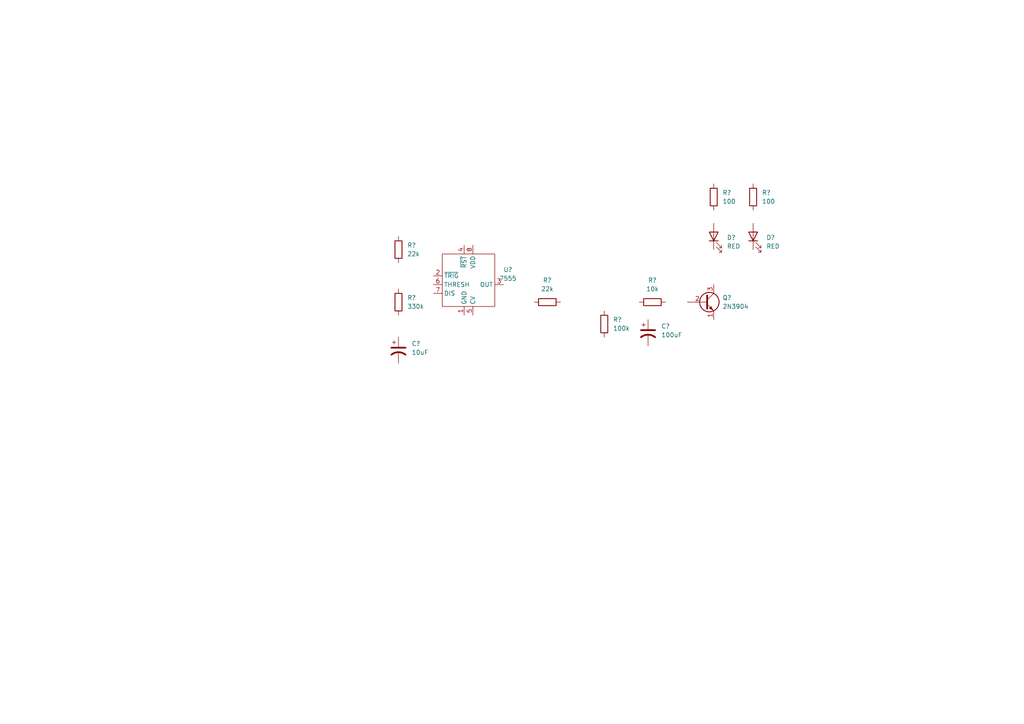
<source format=kicad_sch>
(kicad_sch (version 20211123) (generator eeschema)
  (paper "A4")
  (title_block (title "555 Badge") (rev "v01") (comment 1 "Sam DuBois"))
  (lib_symbols
    (symbol "555_Badge:7555"
      (property "Reference" "U" (at -6.35 10.16 0))
      (property "Value" "7555" (at 5.08 -7.62 0))
      (symbol "7555_0_1"
        (rectangle (start 7.62 -6.35) (end -7.62 8.89))
      )
      (symbol "7555_1_1"
        (pin input line (at -1.27 -8.89 90) (length 2.54) (name "GND") (number "1"))
        (pin input line (at -10.16 2.54 0) (length 2.54) (name "~{TRIG}") (number "2"))
        (pin input line (at 10.16 0 180) (length 2.54) (name "OUT") (number "3"))
        (pin input line (at -1.27 11.43 270) (length 2.54) (name "~{RST}") (number "4"))
        (pin input line (at 1.27 -8.89 90) (length 2.54) (name "CV") (number "5"))
        (pin input line (at -10.16 0 0) (length 2.54) (name "THRESH") (number "6"))
        (pin input line (at -10.16 -2.54 0) (length 2.54) (name "DIS") (number "7"))
        (pin input line (at 1.27 11.43 270) (length 2.54) (name "VDD") (number "8"))
      )
    )
    (symbol "Device:C_Polarized_US" (pin_numbers hide) (pin_names (offset 0.254) hide)
      (property "Reference" "C" (at 0.635 2.54 0))
      (property "Value" "C_Polarized_US" (at 0.635 -2.54 0))
      (symbol "C_Polarized_US_0_1"
        (polyline (pts (xy -2.032 0.762) (xy 2.032 0.762)) (stroke (width 0.508)))
        (polyline (pts (xy -1.778 2.286) (xy -0.762 2.286)))
        (polyline (pts (xy -1.27 1.778) (xy -1.27 2.794)))
        (arc (start 2.032 -1.27) (mid 0 -0.5572) (end -2.032 -1.27) (stroke (width 0.508)))
      )
      (symbol "C_Polarized_US_1_1"
        (pin passive line (at 0 3.81 270) (length 2.794) (name "~") (number "1"))
        (pin passive line (at 0 -3.81 90) (length 3.302) (name "~") (number "2"))
      )
    )
    (symbol "Device:LED" (pin_numbers hide) (pin_names (offset 1.016) hide)
      (property "Reference" "D" (at 0 2.54 0))
      (property "Value" "LED" (at 0 -2.54 0))
      (symbol "LED_0_1"
        (polyline (pts (xy -1.27 -1.27) (xy -1.27 1.27)) (stroke (width 0.254)))
        (polyline (pts (xy -1.27 0) (xy 1.27 0)))
        (polyline (pts (xy 1.27 -1.27) (xy 1.27 1.27) (xy -1.27 0) (xy 1.27 -1.27)) (stroke (width 0.254)))
        (polyline (pts (xy -3.048 -0.762) (xy -4.572 -2.286) (xy -3.81 -2.286) (xy -4.572 -2.286) (xy -4.572 -1.524)))
        (polyline (pts (xy -1.778 -0.762) (xy -3.302 -2.286) (xy -2.54 -2.286) (xy -3.302 -2.286) (xy -3.302 -1.524)))
      )
      (symbol "LED_1_1"
        (pin passive line (at -3.81 0 0) (length 2.54) (name "K") (number "1"))
        (pin passive line (at 3.81 0 180) (length 2.54) (name "A") (number "2"))
      )
    )
    (symbol "Device:R" (pin_numbers hide) (pin_names (offset 0))
      (property "Reference" "R" (at 2.032 0 90))
      (property "Value" "R" (at 0 0 90))
      (symbol "R_0_1"
        (rectangle (start -1.016 -2.54) (end 1.016 2.54) (stroke (width 0.254)))
      )
      (symbol "R_1_1"
        (pin passive line (at 0 3.81 270) (length 1.27) (name "~") (number "1"))
        (pin passive line (at 0 -3.81 90) (length 1.27) (name "~") (number "2"))
      )
    )
    (symbol "Transistor_BJT:2N3904" (pin_names (offset 0) hide)
      (property "Reference" "Q" (at 5.08 1.905 0))
      (property "Value" "2N3904" (at 5.08 0 0))
      (symbol "2N3904_0_1"
        (polyline (pts (xy 0.635 0.635) (xy 2.54 2.54)))
        (polyline (pts (xy 0.635 -0.635) (xy 2.54 -2.54) (xy 2.54 -2.54)))
        (polyline (pts (xy 0.635 1.905) (xy 0.635 -1.905) (xy 0.635 -1.905)) (stroke (width 0.508)))
        (polyline (pts (xy 1.27 -1.778) (xy 1.778 -1.27) (xy 2.286 -2.286) (xy 1.27 -1.778) (xy 1.27 -1.778)) (fill (type outline)))
        (circle (center 1.27 0) (radius 2.8194) (stroke (width 0.254)))
      )
      (symbol "2N3904_1_1"
        (pin passive line (at 2.54 -5.08 90) (length 2.54) (name "E") (number "1"))
        (pin passive line (at -5.08 0 0) (length 5.715) (name "B") (number "2"))
        (pin passive line (at 2.54 5.08 270) (length 2.54) (name "C") (number "3"))
      )
    )
  )
  (symbol (lib_id "Device:LED") (at 218.44 68.58 90) (unit 1)
    (property "Reference" "D?" (at 222.25 68.8974 90) (effects (justify right)))
    (property "Value" "RED" (at 222.25 71.4374 90) (effects (justify right)))
  )
  (symbol (lib_id "Device:R") (at 175.26 93.98 0) (unit 1)
    (property "Reference" "R?" (at 177.8 92.7099 0) (effects (justify left)))
    (property "Value" "100k" (at 177.8 95.2499 0) (effects (justify left)))
  )
  (symbol (lib_id "Device:R") (at 189.23 87.63 90) (unit 1)
    (property "Reference" "R?" (at 189.23 81.28 90))
    (property "Value" "10k" (at 189.23 83.82 90))
  )
  (symbol (lib_id "555_Badge:7555") (at 135.89 82.55 0) (unit 1)
    (property "Reference" "U?" (at 147.32 78.2193 0))
    (property "Value" "7555" (at 147.32 80.7593 0))
  )
  (symbol (lib_id "Device:R") (at 218.44 57.15 0) (unit 1)
    (property "Reference" "R?" (at 220.98 55.8799 0) (effects (justify left)))
    (property "Value" "100" (at 220.98 58.4199 0) (effects (justify left)))
  )
  (symbol (lib_id "Device:R") (at 115.57 87.63 0) (unit 1)
    (property "Reference" "R?" (at 118.11 86.3599 0) (effects (justify left)))
    (property "Value" "330k" (at 118.11 88.8999 0) (effects (justify left)))
  )
  (symbol (lib_id "Device:R") (at 158.75 87.63 90) (unit 1)
    (property "Reference" "R?" (at 158.75 81.28 90))
    (property "Value" "22k" (at 158.75 83.82 90))
  )
  (symbol (lib_id "Device:LED") (at 207.01 68.58 90) (unit 1)
    (property "Reference" "D?" (at 210.82 68.8974 90) (effects (justify right)))
    (property "Value" "RED" (at 210.82 71.4374 90) (effects (justify right)))
  )
  (symbol (lib_id "Device:R") (at 115.57 72.39 0) (unit 1)
    (property "Reference" "R?" (at 118.11 71.1199 0) (effects (justify left)))
    (property "Value" "22k" (at 118.11 73.6599 0) (effects (justify left)))
  )
  (symbol (lib_id "Device:C_Polarized_US") (at 187.96 96.52 0) (unit 1)
    (property "Reference" "C?" (at 191.77 94.6149 0) (effects (justify left)))
    (property "Value" "100uF" (at 191.77 97.1549 0) (effects (justify left)))
  )
  (symbol (lib_id "Device:R") (at 207.01 57.15 0) (unit 1)
    (property "Reference" "R?" (at 209.55 55.8799 0) (effects (justify left)))
    (property "Value" "100" (at 209.55 58.4199 0) (effects (justify left)))
  )
  (symbol (lib_id "Transistor_BJT:2N3904") (at 204.47 87.63 0) (unit 1)
    (property "Reference" "Q?" (at 209.55 86.3599 0) (effects (justify left)))
    (property "Value" "2N3904" (at 209.55 88.8999 0) (effects (justify left)))
    (property "Footprint" "Package_TO_SOT_THT:TO-92_Inline" (effects hide))
    (property "Datasheet" "https://www.onsemi.com/pub/Collateral/2N3903-D.PDF" (effects hide))
  )
  (symbol (lib_id "Device:C_Polarized_US") (at 115.57 101.6 0) (unit 1)
    (property "Reference" "C?" (at 119.38 99.6949 0) (effects (justify left)))
    (property "Value" "10uF" (at 119.38 102.2349 0) (effects (justify left)))
  )
)
</source>
